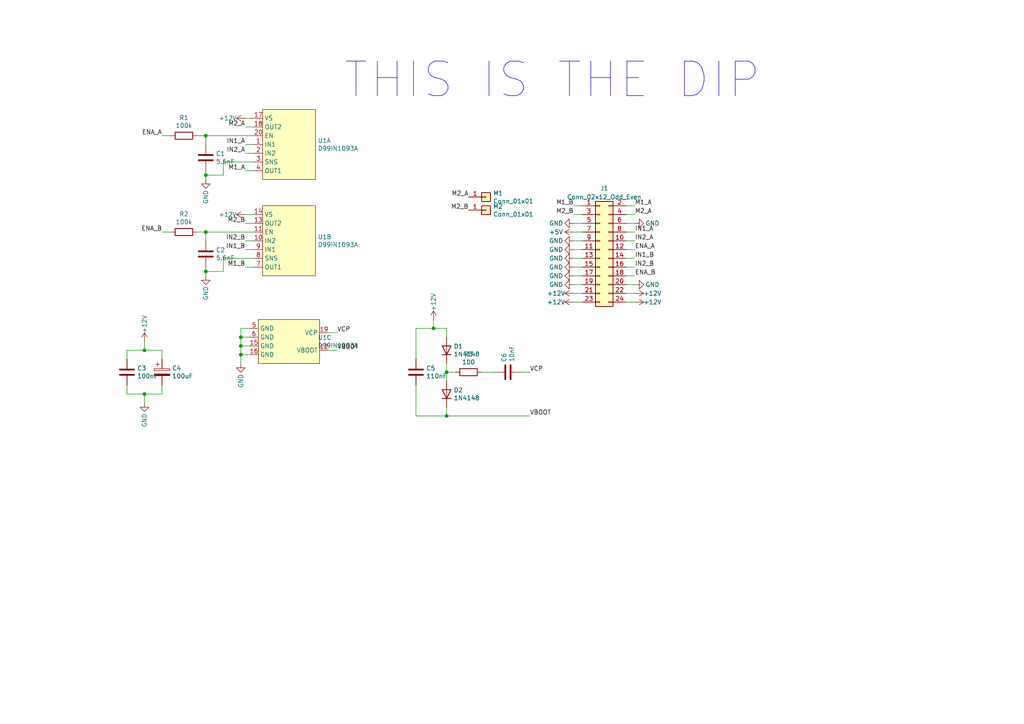
<source format=kicad_sch>
(kicad_sch (version 20200512) (host eeschema "5.99.0-unknown-ad88874~101~ubuntu20.04.1")
  (page 1 1)
  (paper "A4")
  (lib_symbols
    (symbol "Connector_Generic:Conn_01x01" (pin_names hide)
      (property "Reference" "J" (at 0 2.54 0))
      (property "Value" "Conn_01x01" (at 0 -2.54 0))
      (symbol "Conn_01x01_1_1"
        (rectangle (start -1.27 0.127) (end 0 -0.127))
        (rectangle (start -1.27 1.27) (end 1.27 -1.27) (stroke (width 0.254)) (fill (type background)))
        (pin passive line (at -5.08 0 0) (length 3.81) (name "Pin_1") (number "1"))
      )
    )
    (symbol "Connector_Generic:Conn_02x12_Odd_Even" (pin_names hide)
      (property "Reference" "J" (at 1.27 15.24 0))
      (property "Value" "Conn_02x12_Odd_Even" (at 1.27 -17.78 0))
      (symbol "Conn_02x12_Odd_Even_1_1"
        (rectangle (start -1.27 -4.953) (end 0 -5.207))
        (rectangle (start -1.27 -7.493) (end 0 -7.747))
        (rectangle (start -1.27 -10.033) (end 0 -10.287))
        (rectangle (start -1.27 -12.573) (end 0 -12.827))
        (rectangle (start -1.27 -15.113) (end 0 -15.367))
        (rectangle (start -1.27 -2.413) (end 0 -2.667))
        (rectangle (start -1.27 2.667) (end 0 2.413))
        (rectangle (start -1.27 5.207) (end 0 4.953))
        (rectangle (start -1.27 7.747) (end 0 7.493))
        (rectangle (start -1.27 10.287) (end 0 10.033))
        (rectangle (start -1.27 0.127) (end 0 -0.127))
        (rectangle (start -1.27 12.827) (end 0 12.573))
        (rectangle (start -1.27 13.97) (end 3.81 -16.51) (stroke (width 0.254)) (fill (type background)))
        (rectangle (start 3.81 -4.953) (end 2.54 -5.207))
        (rectangle (start 3.81 -7.493) (end 2.54 -7.747))
        (rectangle (start 3.81 -10.033) (end 2.54 -10.287))
        (rectangle (start 3.81 -12.573) (end 2.54 -12.827))
        (rectangle (start 3.81 -15.113) (end 2.54 -15.367))
        (rectangle (start 3.81 -2.413) (end 2.54 -2.667))
        (rectangle (start 3.81 2.667) (end 2.54 2.413))
        (rectangle (start 3.81 5.207) (end 2.54 4.953))
        (rectangle (start 3.81 7.747) (end 2.54 7.493))
        (rectangle (start 3.81 10.287) (end 2.54 10.033))
        (rectangle (start 3.81 0.127) (end 2.54 -0.127))
        (rectangle (start 3.81 12.827) (end 2.54 12.573))
        (pin passive line (at -5.08 12.7 0) (length 3.81) (name "Pin_1") (number "1"))
        (pin passive line (at 7.62 2.54 180) (length 3.81) (name "Pin_10") (number "10"))
        (pin passive line (at -5.08 0 0) (length 3.81) (name "Pin_11") (number "11"))
        (pin passive line (at 7.62 0 180) (length 3.81) (name "Pin_12") (number "12"))
        (pin passive line (at -5.08 -2.54 0) (length 3.81) (name "Pin_13") (number "13"))
        (pin passive line (at 7.62 -2.54 180) (length 3.81) (name "Pin_14") (number "14"))
        (pin passive line (at -5.08 -5.08 0) (length 3.81) (name "Pin_15") (number "15"))
        (pin passive line (at 7.62 -5.08 180) (length 3.81) (name "Pin_16") (number "16"))
        (pin passive line (at -5.08 -7.62 0) (length 3.81) (name "Pin_17") (number "17"))
        (pin passive line (at 7.62 -7.62 180) (length 3.81) (name "Pin_18") (number "18"))
        (pin passive line (at -5.08 -10.16 0) (length 3.81) (name "Pin_19") (number "19"))
        (pin passive line (at 7.62 12.7 180) (length 3.81) (name "Pin_2") (number "2"))
        (pin passive line (at 7.62 -10.16 180) (length 3.81) (name "Pin_20") (number "20"))
        (pin passive line (at -5.08 -12.7 0) (length 3.81) (name "Pin_21") (number "21"))
        (pin passive line (at 7.62 -12.7 180) (length 3.81) (name "Pin_22") (number "22"))
        (pin passive line (at -5.08 -15.24 0) (length 3.81) (name "Pin_23") (number "23"))
        (pin passive line (at 7.62 -15.24 180) (length 3.81) (name "Pin_24") (number "24"))
        (pin passive line (at -5.08 10.16 0) (length 3.81) (name "Pin_3") (number "3"))
        (pin passive line (at 7.62 10.16 180) (length 3.81) (name "Pin_4") (number "4"))
        (pin passive line (at -5.08 7.62 0) (length 3.81) (name "Pin_5") (number "5"))
        (pin passive line (at 7.62 7.62 180) (length 3.81) (name "Pin_6") (number "6"))
        (pin passive line (at -5.08 5.08 0) (length 3.81) (name "Pin_7") (number "7"))
        (pin passive line (at 7.62 5.08 180) (length 3.81) (name "Pin_8") (number "8"))
        (pin passive line (at -5.08 2.54 0) (length 3.81) (name "Pin_9") (number "9"))
      )
    )
    (symbol "Device:C" (pin_numbers hide) (pin_names (offset 0.254))
      (property "Reference" "C" (at 0.635 2.54 0))
      (property "Value" "C" (at 0.635 -2.54 0))
      (symbol "C_0_1"
        (polyline (pts (xy -2.032 -0.762) (xy 2.032 -0.762)) (stroke (width 0.508)))
        (polyline (pts (xy -2.032 0.762) (xy 2.032 0.762)) (stroke (width 0.508)))
      )
      (symbol "C_1_1"
        (pin passive line (at 0 3.81 270) (length 2.794) (name "~") (number "1"))
        (pin passive line (at 0 -3.81 90) (length 2.794) (name "~") (number "2"))
      )
    )
    (symbol "Device:CP" (pin_numbers hide) (pin_names (offset 0.254))
      (property "Reference" "C" (at 0.635 2.54 0))
      (property "Value" "CP" (at 0.635 -2.54 0))
      (symbol "CP_0_1"
        (rectangle (start -2.286 0.508) (end 2.286 1.016))
        (rectangle (start 2.286 -0.508) (end -2.286 -1.016) (fill (type outline)))
        (polyline (pts (xy -1.778 2.286) (xy -0.762 2.286)))
        (polyline (pts (xy -1.27 2.794) (xy -1.27 1.778)))
      )
      (symbol "CP_1_1"
        (pin passive line (at 0 3.81 270) (length 2.794) (name "~") (number "1"))
        (pin passive line (at 0 -3.81 90) (length 2.794) (name "~") (number "2"))
      )
    )
    (symbol "Device:D" (pin_numbers hide) (pin_names hide)
      (property "Reference" "D" (at 0 2.54 0))
      (property "Value" "D" (at 0 -2.54 0))
      (symbol "D_0_1"
        (polyline (pts (xy -1.27 1.27) (xy -1.27 -1.27)) (stroke (width 0.254)))
        (polyline (pts (xy 1.27 0) (xy -1.27 0)))
        (polyline (pts (xy 1.27 1.27) (xy 1.27 -1.27) (xy -1.27 0) (xy 1.27 1.27)) (stroke (width 0.254)))
      )
      (symbol "D_1_1"
        (pin passive line (at -3.81 0 0) (length 2.54) (name "K") (number "1"))
        (pin passive line (at 3.81 0 180) (length 2.54) (name "A") (number "2"))
      )
    )
    (symbol "Device:R" (pin_numbers hide) (pin_names (offset 0))
      (property "Reference" "R" (at 2.032 0 90))
      (property "Value" "R" (at 0 0 90))
      (symbol "R_0_1"
        (rectangle (start -1.016 -2.54) (end 1.016 2.54) (stroke (width 0.254)))
      )
      (symbol "R_1_1"
        (pin passive line (at 0 3.81 270) (length 1.27) (name "~") (number "1"))
        (pin passive line (at 0 -3.81 90) (length 1.27) (name "~") (number "2"))
      )
    )
    (symbol "JBC_STM:D99IN1093A"
      (property "Reference" "U" (at 0 13.97 0))
      (property "Value" "D99IN1093A" (at 0 11.43 0))
      (symbol "D99IN1093A_1_1"
        (rectangle (start -7.62 10.16) (end 7.62 -10.16) (fill (type background)))
        (pin input line (at -10.16 0 0) (length 2.54) (name "IN1") (number "1"))
        (pin power_in line (at -10.16 7.62 0) (length 2.54) (name "VS") (number "17"))
        (pin power_out line (at -10.16 5.08 0) (length 2.54) (name "OUT2") (number "18"))
        (pin input line (at -10.16 -2.54 0) (length 2.54) (name "IN2") (number "2"))
        (pin input line (at -10.16 2.54 0) (length 2.54) (name "EN") (number "20"))
        (pin input line (at -10.16 -5.08 0) (length 2.54) (name "SNS") (number "3"))
        (pin power_out line (at -10.16 -7.62 0) (length 2.54) (name "OUT1") (number "4"))
      )
      (symbol "D99IN1093A_2_1"
        (rectangle (start -7.62 10.16) (end 7.62 -10.16) (fill (type background)))
        (pin input line (at -10.16 0 0) (length 2.54) (name "IN2") (number "10"))
        (pin input line (at -10.16 2.54 0) (length 2.54) (name "EN") (number "11"))
        (pin power_out line (at -10.16 5.08 0) (length 2.54) (name "OUT2") (number "13"))
        (pin power_in line (at -10.16 7.62 0) (length 2.54) (name "VS") (number "14"))
        (pin power_out line (at -10.16 -7.62 0) (length 2.54) (name "OUT1") (number "7"))
        (pin input line (at -10.16 -5.08 0) (length 2.54) (name "SNS") (number "8"))
        (pin input line (at -10.16 -2.54 0) (length 2.54) (name "IN1") (number "9"))
      )
      (symbol "D99IN1093A_3_1"
        (rectangle (start -8.89 6.35) (end 8.89 -6.35) (fill (type background)))
        (pin power_in line (at 11.43 -2.54 180) (length 2.54) (name "VBOOT") (number "12"))
        (pin power_in line (at -11.43 -1.27 0) (length 2.54) (name "GND") (number "15"))
        (pin power_in line (at -11.43 -3.81 0) (length 2.54) (name "GND") (number "16"))
        (pin power_in line (at 11.43 2.54 180) (length 2.54) (name "VCP") (number "19"))
        (pin power_in line (at -11.43 3.81 0) (length 2.54) (name "GND") (number "5"))
        (pin power_in line (at -11.43 1.27 0) (length 2.54) (name "GND") (number "6"))
      )
    )
    (symbol "power:+12V" (power) (pin_names (offset 0))
      (property "Value" "+12V" (at 0 3.556 0))
      (symbol "+12V_0_1"
        (polyline (pts (xy -0.762 1.27) (xy 0 2.54)))
        (polyline (pts (xy 0 0) (xy 0 2.54)))
        (polyline (pts (xy 0 2.54) (xy 0.762 1.27)))
      )
      (symbol "+12V_1_1"
        (pin power_in line (at 0 0 90) (length 0) (name "+12V") (number "1") hide)
      )
    )
    (symbol "power:+5V" (power) (pin_names (offset 0))
      (property "Value" "+5V" (at 0 3.556 0))
      (symbol "+5V_0_1"
        (polyline (pts (xy -0.762 1.27) (xy 0 2.54)))
        (polyline (pts (xy 0 0) (xy 0 2.54)))
        (polyline (pts (xy 0 2.54) (xy 0.762 1.27)))
      )
      (symbol "+5V_1_1"
        (pin power_in line (at 0 0 90) (length 0) (name "+5V") (number "1") hide)
      )
    )
    (symbol "power:GND" (power) (pin_names (offset 0))
      (property "Value" "GND" (at 0 -3.81 0))
      (symbol "GND_0_1"
        (polyline (pts (xy 0 0) (xy 0 -1.27) (xy 1.27 -1.27) (xy 0 -2.54) (xy -1.27 -1.27) (xy 0 -1.27)))
      )
      (symbol "GND_1_1"
        (pin power_in line (at 0 0 270) (length 0) (name "GND") (number "1") hide)
      )
    )
  )
  (junction (at 41.91 101.6))
  (junction (at 41.91 114.3))
  (junction (at 59.69 39.37))
  (junction (at 59.69 50.8))
  (junction (at 59.69 67.31))
  (junction (at 59.69 78.74))
  (junction (at 69.85 97.79))
  (junction (at 69.85 100.33))
  (junction (at 69.85 102.87))
  (junction (at 125.73 95.25))
  (junction (at 129.54 107.95))
  (junction (at 129.54 120.65))
  (wire (pts (xy 36.83 101.6) (xy 36.83 104.14)))
  (wire (pts (xy 36.83 111.76) (xy 36.83 114.3)))
  (wire (pts (xy 41.91 99.06) (xy 41.91 101.6)))
  (wire (pts (xy 41.91 101.6) (xy 36.83 101.6)))
  (wire (pts (xy 41.91 114.3) (xy 36.83 114.3)))
  (wire (pts (xy 41.91 114.3) (xy 46.99 114.3)))
  (wire (pts (xy 41.91 116.84) (xy 41.91 114.3)))
  (wire (pts (xy 46.99 39.37) (xy 49.53 39.37)))
  (wire (pts (xy 46.99 67.31) (xy 49.53 67.31)))
  (wire (pts (xy 46.99 101.6) (xy 41.91 101.6)))
  (wire (pts (xy 46.99 104.14) (xy 46.99 101.6)))
  (wire (pts (xy 46.99 114.3) (xy 46.99 111.76)))
  (wire (pts (xy 57.15 39.37) (xy 59.69 39.37)))
  (wire (pts (xy 59.69 39.37) (xy 59.69 41.91)))
  (wire (pts (xy 59.69 39.37) (xy 73.66 39.37)))
  (wire (pts (xy 59.69 49.53) (xy 59.69 50.8)))
  (wire (pts (xy 59.69 50.8) (xy 59.69 52.07)))
  (wire (pts (xy 59.69 67.31) (xy 57.15 67.31)))
  (wire (pts (xy 59.69 67.31) (xy 73.66 67.31)))
  (wire (pts (xy 59.69 69.85) (xy 59.69 67.31)))
  (wire (pts (xy 59.69 77.47) (xy 59.69 78.74)))
  (wire (pts (xy 59.69 78.74) (xy 59.69 80.01)))
  (wire (pts (xy 64.77 46.99) (xy 64.77 50.8)))
  (wire (pts (xy 64.77 46.99) (xy 73.66 46.99)))
  (wire (pts (xy 64.77 50.8) (xy 59.69 50.8)))
  (wire (pts (xy 64.77 74.93) (xy 64.77 78.74)))
  (wire (pts (xy 64.77 74.93) (xy 73.66 74.93)))
  (wire (pts (xy 64.77 78.74) (xy 59.69 78.74)))
  (wire (pts (xy 69.85 95.25) (xy 72.39 95.25)))
  (wire (pts (xy 69.85 97.79) (xy 69.85 95.25)))
  (wire (pts (xy 69.85 97.79) (xy 72.39 97.79)))
  (wire (pts (xy 69.85 100.33) (xy 69.85 97.79)))
  (wire (pts (xy 69.85 100.33) (xy 72.39 100.33)))
  (wire (pts (xy 69.85 102.87) (xy 69.85 100.33)))
  (wire (pts (xy 69.85 102.87) (xy 72.39 102.87)))
  (wire (pts (xy 69.85 105.41) (xy 69.85 102.87)))
  (wire (pts (xy 71.12 34.29) (xy 73.66 34.29)))
  (wire (pts (xy 71.12 36.83) (xy 73.66 36.83)))
  (wire (pts (xy 71.12 41.91) (xy 73.66 41.91)))
  (wire (pts (xy 71.12 44.45) (xy 73.66 44.45)))
  (wire (pts (xy 71.12 49.53) (xy 73.66 49.53)))
  (wire (pts (xy 71.12 62.23) (xy 73.66 62.23)))
  (wire (pts (xy 71.12 64.77) (xy 73.66 64.77)))
  (wire (pts (xy 71.12 69.85) (xy 73.66 69.85)))
  (wire (pts (xy 71.12 72.39) (xy 73.66 72.39)))
  (wire (pts (xy 71.12 77.47) (xy 73.66 77.47)))
  (wire (pts (xy 95.25 96.52) (xy 97.79 96.52)))
  (wire (pts (xy 95.25 101.6) (xy 97.79 101.6)))
  (wire (pts (xy 120.65 95.25) (xy 120.65 104.14)))
  (wire (pts (xy 120.65 111.76) (xy 120.65 120.65)))
  (wire (pts (xy 120.65 120.65) (xy 129.54 120.65)))
  (wire (pts (xy 125.73 92.71) (xy 125.73 95.25)))
  (wire (pts (xy 125.73 95.25) (xy 120.65 95.25)))
  (wire (pts (xy 125.73 95.25) (xy 129.54 95.25)))
  (wire (pts (xy 129.54 95.25) (xy 129.54 97.79)))
  (wire (pts (xy 129.54 105.41) (xy 129.54 107.95)))
  (wire (pts (xy 129.54 107.95) (xy 129.54 110.49)))
  (wire (pts (xy 129.54 107.95) (xy 132.08 107.95)))
  (wire (pts (xy 129.54 118.11) (xy 129.54 120.65)))
  (wire (pts (xy 129.54 120.65) (xy 153.67 120.65)))
  (wire (pts (xy 139.7 107.95) (xy 143.51 107.95)))
  (wire (pts (xy 151.13 107.95) (xy 153.67 107.95)))
  (wire (pts (xy 166.37 59.69) (xy 168.91 59.69)))
  (wire (pts (xy 166.37 62.23) (xy 168.91 62.23)))
  (wire (pts (xy 166.37 64.77) (xy 168.91 64.77)))
  (wire (pts (xy 166.37 67.31) (xy 168.91 67.31)))
  (wire (pts (xy 166.37 69.85) (xy 168.91 69.85)))
  (wire (pts (xy 166.37 72.39) (xy 168.91 72.39)))
  (wire (pts (xy 166.37 74.93) (xy 168.91 74.93)))
  (wire (pts (xy 166.37 77.47) (xy 168.91 77.47)))
  (wire (pts (xy 166.37 80.01) (xy 168.91 80.01)))
  (wire (pts (xy 166.37 82.55) (xy 168.91 82.55)))
  (wire (pts (xy 166.37 85.09) (xy 168.91 85.09)))
  (wire (pts (xy 166.37 87.63) (xy 168.91 87.63)))
  (wire (pts (xy 181.61 72.39) (xy 184.15 72.39)))
  (wire (pts (xy 181.61 74.93) (xy 184.15 74.93)))
  (wire (pts (xy 184.15 59.69) (xy 181.61 59.69)))
  (wire (pts (xy 184.15 62.23) (xy 181.61 62.23)))
  (wire (pts (xy 184.15 64.77) (xy 181.61 64.77)))
  (wire (pts (xy 184.15 67.31) (xy 181.61 67.31)))
  (wire (pts (xy 184.15 69.85) (xy 181.61 69.85)))
  (wire (pts (xy 184.15 77.47) (xy 181.61 77.47)))
  (wire (pts (xy 184.15 80.01) (xy 181.61 80.01)))
  (wire (pts (xy 184.15 82.55) (xy 181.61 82.55)))
  (wire (pts (xy 184.15 85.09) (xy 181.61 85.09)))
  (wire (pts (xy 184.15 87.63) (xy 181.61 87.63)))
  (text "THIS IS THE DIP" (at 220.98 29.21 180) (effects (font (size 10 10)) (justify right bottom)))
  (label "ENA_A" (at 46.99 39.37 180))
  (label "ENA_B" (at 46.99 67.31 180))
  (label "M2_A" (at 71.12 36.83 180))
  (label "IN1_A" (at 71.12 41.91 180))
  (label "IN2_A" (at 71.12 44.45 180))
  (label "M1_A" (at 71.12 49.53 180))
  (label "M2_B" (at 71.12 64.77 180))
  (label "IN2_B" (at 71.12 69.85 180))
  (label "IN1_B" (at 71.12 72.39 180))
  (label "M1_B" (at 71.12 77.47 180))
  (label "VCP" (at 97.79 96.52 0))
  (label "VBOOT" (at 97.79 101.6 0))
  (label "M2_A" (at 135.89 57.15 180))
  (label "M2_B" (at 135.89 60.96 180))
  (label "VCP" (at 153.67 107.95 0))
  (label "VBOOT" (at 153.67 120.65 0))
  (label "M1_B" (at 166.37 59.69 180))
  (label "M2_B" (at 166.37 62.23 180))
  (label "M1_A" (at 184.15 59.69 0))
  (label "M2_A" (at 184.15 62.23 0))
  (label "IN1_A" (at 184.15 67.31 0))
  (label "IN2_A" (at 184.15 69.85 0))
  (label "ENA_A" (at 184.15 72.39 0))
  (label "IN1_B" (at 184.15 74.93 0))
  (label "IN2_B" (at 184.15 77.47 0))
  (label "ENA_B" (at 184.15 80.01 0))
  (symbol (lib_id "power:+12V") (at 41.91 99.06 0) (mirror y) (unit 1)
    (property "Reference" "#PWR0101" (effects hide))
    (property "Value" "+12V" (at 41.91 93.98 90))
  )
  (symbol (lib_id "power:+12V") (at 71.12 34.29 90) (mirror x) (unit 1)
    (property "Reference" "#PWR0112" (effects hide))
    (property "Value" "+12V" (at 66.04 34.29 90))
  )
  (symbol (lib_id "power:+12V") (at 71.12 62.23 90) (mirror x) (unit 1)
    (property "Reference" "#PWR0110" (effects hide))
    (property "Value" "+12V" (at 66.04 62.23 90))
  )
  (symbol (lib_id "power:+12V") (at 125.73 92.71 0) (mirror y) (unit 1)
    (property "Reference" "#PWR0105" (effects hide))
    (property "Value" "+12V" (at 125.73 87.63 90))
  )
  (symbol (lib_id "power:+5V") (at 166.37 67.31 90) (unit 1)
    (property "Reference" "#PWR0115" (effects hide))
    (property "Value" "+5V" (at 161.29 67.31 90))
  )
  (symbol (lib_id "power:+12V") (at 166.37 85.09 90) (mirror x) (unit 1)
    (property "Reference" "#PWR0118" (effects hide))
    (property "Value" "+12V" (at 161.29 85.09 90))
  )
  (symbol (lib_id "power:+12V") (at 166.37 87.63 90) (mirror x) (unit 1)
    (property "Reference" "#PWR0113" (effects hide))
    (property "Value" "+12V" (at 161.29 87.63 90))
  )
  (symbol (lib_id "power:+12V") (at 184.15 85.09 270) (unit 1)
    (property "Reference" "#PWR0109" (effects hide))
    (property "Value" "+12V" (at 189.23 85.09 90))
  )
  (symbol (lib_id "power:+12V") (at 184.15 87.63 270) (unit 1)
    (property "Reference" "#PWR0108" (effects hide))
    (property "Value" "+12V" (at 189.23 87.63 90))
  )
  (symbol (lib_id "power:GND") (at 41.91 116.84 0) (unit 1)
    (property "Reference" "#PWR0104" (effects hide))
    (property "Value" "GND" (at 41.91 121.92 90))
  )
  (symbol (lib_id "power:GND") (at 59.69 52.07 0) (unit 1)
    (property "Reference" "#PWR0111" (effects hide))
    (property "Value" "GND" (at 59.69 57.15 90))
  )
  (symbol (lib_id "power:GND") (at 59.69 80.01 0) (unit 1)
    (property "Reference" "#PWR0102" (effects hide))
    (property "Value" "GND" (at 59.69 85.09 90))
  )
  (symbol (lib_id "power:GND") (at 69.85 105.41 0) (unit 1)
    (property "Reference" "#PWR0103" (effects hide))
    (property "Value" "GND" (at 69.85 110.49 90))
  )
  (symbol (lib_id "power:GND") (at 166.37 64.77 270) (unit 1)
    (property "Reference" "#PWR0116" (effects hide))
    (property "Value" "GND" (at 161.29 64.77 90))
  )
  (symbol (lib_id "power:GND") (at 166.37 69.85 270) (unit 1)
    (property "Reference" "#PWR0117" (effects hide))
    (property "Value" "GND" (at 161.29 69.85 90))
  )
  (symbol (lib_id "power:GND") (at 166.37 72.39 270) (unit 1)
    (property "Reference" "#PWR0119" (effects hide))
    (property "Value" "GND" (at 161.29 72.39 90))
  )
  (symbol (lib_id "power:GND") (at 166.37 74.93 270) (unit 1)
    (property "Reference" "#PWR0120" (effects hide))
    (property "Value" "GND" (at 161.29 74.93 90))
  )
  (symbol (lib_id "power:GND") (at 166.37 77.47 270) (unit 1)
    (property "Reference" "#PWR0121" (effects hide))
    (property "Value" "GND" (at 161.29 77.47 90))
  )
  (symbol (lib_id "power:GND") (at 166.37 80.01 270) (unit 1)
    (property "Reference" "#PWR0122" (effects hide))
    (property "Value" "GND" (at 161.29 80.01 90))
  )
  (symbol (lib_id "power:GND") (at 166.37 82.55 270) (unit 1)
    (property "Reference" "#PWR0114" (effects hide))
    (property "Value" "GND" (at 161.29 82.55 90))
  )
  (symbol (lib_id "power:GND") (at 184.15 64.77 90) (unit 1)
    (property "Reference" "#PWR0107" (effects hide))
    (property "Value" "GND" (at 189.23 64.77 90))
  )
  (symbol (lib_id "power:GND") (at 184.15 82.55 90) (unit 1)
    (property "Reference" "#PWR0106" (effects hide))
    (property "Value" "GND" (at 189.23 82.55 90))
  )
  (symbol (lib_id "Device:R") (at 53.34 39.37 90) (unit 1)
    (property "Reference" "R1" (at 53.34 34.1376 90))
    (property "Value" "100k" (at 53.34 36.449 90))
    (property "Footprint" "Resistor_SMD:R_0603_1608Metric" (effects hide))
  )
  (symbol (lib_id "Device:R") (at 53.34 67.31 90) (unit 1)
    (property "Reference" "R2" (at 53.34 62.0776 90))
    (property "Value" "100k" (at 53.34 64.389 90))
    (property "Footprint" "Resistor_SMD:R_0603_1608Metric" (effects hide))
  )
  (symbol (lib_id "Device:R") (at 135.89 107.95 90) (unit 1)
    (property "Reference" "R3" (at 135.89 102.7176 90))
    (property "Value" "100" (at 135.89 105.029 90))
    (property "Footprint" "Resistor_SMD:R_0603_1608Metric" (effects hide))
  )
  (symbol (lib_id "Connector_Generic:Conn_01x01") (at 140.97 57.15 0) (unit 1)
    (property "Reference" "M1" (at 143.0021 56.0514 0) (effects (justify left)))
    (property "Value" "Conn_01x01" (at 143.0021 58.3501 0) (effects (justify left)))
    (property "Footprint" "JBC_mechanical:CHONKVIA" (effects hide))
  )
  (symbol (lib_id "Connector_Generic:Conn_01x01") (at 140.97 60.96 0) (unit 1)
    (property "Reference" "M2" (at 143.0021 59.8614 0) (effects (justify left)))
    (property "Value" "Conn_01x01" (at 143.0021 62.1601 0) (effects (justify left)))
    (property "Footprint" "JBC_mechanical:CHONKVIA" (effects hide))
  )
  (symbol (lib_id "Device:D") (at 129.54 101.6 90) (unit 1)
    (property "Reference" "D1" (at 131.572 100.457 90) (effects (justify right)))
    (property "Value" "1N4148" (at 131.572 102.743 90) (effects (justify right)))
    (property "Footprint" "JBC_diodes:D_SOD-80" (effects hide))
  )
  (symbol (lib_id "Device:D") (at 129.54 114.3 90) (unit 1)
    (property "Reference" "D2" (at 131.572 113.157 90) (effects (justify right)))
    (property "Value" "1N4148" (at 131.572 115.443 90) (effects (justify right)))
    (property "Footprint" "JBC_diodes:D_SOD-80" (effects hide))
  )
  (symbol (lib_id "Device:C") (at 36.83 107.95 0) (unit 1)
    (property "Reference" "C3" (at 39.751 106.807 0) (effects (justify left)))
    (property "Value" "100nF" (at 39.751 109.093 0) (effects (justify left)))
    (property "Footprint" "Capacitor_SMD:C_0603_1608Metric" (effects hide))
  )
  (symbol (lib_id "Device:CP") (at 46.99 107.95 0) (unit 1)
    (property "Reference" "C4" (at 49.911 106.807 0) (effects (justify left)))
    (property "Value" "100uF" (at 49.911 109.093 0) (effects (justify left)))
    (property "Footprint" "Capacitor_SMD:CP_Elec_8x5.4" (effects hide))
  )
  (symbol (lib_id "Device:C") (at 59.69 45.72 0) (unit 1)
    (property "Reference" "C1" (at 62.611 44.577 0) (effects (justify left)))
    (property "Value" "5.6nF" (at 62.611 46.863 0) (effects (justify left)))
    (property "Footprint" "Capacitor_SMD:C_0603_1608Metric" (effects hide))
  )
  (symbol (lib_id "Device:C") (at 59.69 73.66 0) (unit 1)
    (property "Reference" "C2" (at 62.611 72.517 0) (effects (justify left)))
    (property "Value" "5.6nF" (at 62.611 74.803 0) (effects (justify left)))
    (property "Footprint" "Capacitor_SMD:C_0603_1608Metric" (effects hide))
  )
  (symbol (lib_id "Device:C") (at 120.65 107.95 0) (unit 1)
    (property "Reference" "C5" (at 123.571 106.807 0) (effects (justify left)))
    (property "Value" "110nF" (at 123.571 109.093 0) (effects (justify left)))
    (property "Footprint" "Capacitor_SMD:C_0603_1608Metric" (effects hide))
  )
  (symbol (lib_id "Device:C") (at 147.32 107.95 90) (unit 1)
    (property "Reference" "C6" (at 146.177 105.029 0) (effects (justify left)))
    (property "Value" "10nF" (at 148.463 105.029 0) (effects (justify left)))
    (property "Footprint" "Capacitor_SMD:C_0603_1608Metric" (effects hide))
  )
  (symbol (lib_id "JBC_STM:D99IN1093A") (at 83.82 99.06 0) (unit 3)
    (property "Reference" "U1" (at 92.1513 97.9106 0) (effects (justify left)))
    (property "Value" "D99IN1093A" (at 92.1513 100.2093 0) (effects (justify left)))
    (property "Footprint" "Package_DIP:DIP-20_W7.62mm_LongPads" (effects hide))
  )
  (symbol (lib_id "JBC_STM:D99IN1093A") (at 83.82 41.91 0) (unit 1)
    (property "Reference" "U1" (at 92.1513 40.7606 0) (effects (justify left)))
    (property "Value" "D99IN1093A" (at 92.1513 43.0593 0) (effects (justify left)))
    (property "Footprint" "Package_DIP:DIP-20_W7.62mm_LongPads" (effects hide))
  )
  (symbol (lib_id "JBC_STM:D99IN1093A") (at 83.82 69.85 0) (unit 2)
    (property "Reference" "U1" (at 92.1513 68.7006 0) (effects (justify left)))
    (property "Value" "D99IN1093A" (at 92.1513 70.9993 0) (effects (justify left)))
    (property "Footprint" "Package_DIP:DIP-20_W7.62mm_LongPads" (effects hide))
  )
  (symbol (lib_id "Connector_Generic:Conn_02x12_Odd_Even") (at 173.99 72.39 0) (unit 1)
    (property "Reference" "J1" (at 175.26 54.61 0))
    (property "Value" "Conn_02x12_Odd_Even" (at 175.26 57.15 0))
    (property "Footprint" "JBC_mechanical:PinHeader_2x12_P2.54mm_Horizontal" (effects hide))
  )
)
</source>
